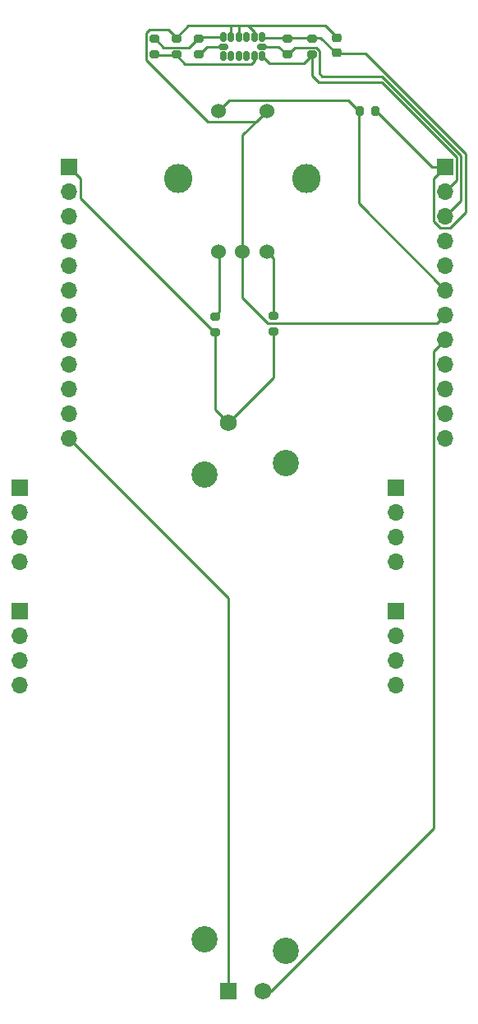
<source format=gbr>
%TF.GenerationSoftware,KiCad,Pcbnew,7.0.7*%
%TF.CreationDate,2023-10-20T22:21:11-07:00*%
%TF.ProjectId,etchascope-pcb,65746368-6173-4636-9f70-652d7063622e,rev?*%
%TF.SameCoordinates,Original*%
%TF.FileFunction,Copper,L1,Top*%
%TF.FilePolarity,Positive*%
%FSLAX46Y46*%
G04 Gerber Fmt 4.6, Leading zero omitted, Abs format (unit mm)*
G04 Created by KiCad (PCBNEW 7.0.7) date 2023-10-20 22:21:11*
%MOMM*%
%LPD*%
G01*
G04 APERTURE LIST*
G04 Aperture macros list*
%AMRoundRect*
0 Rectangle with rounded corners*
0 $1 Rounding radius*
0 $2 $3 $4 $5 $6 $7 $8 $9 X,Y pos of 4 corners*
0 Add a 4 corners polygon primitive as box body*
4,1,4,$2,$3,$4,$5,$6,$7,$8,$9,$2,$3,0*
0 Add four circle primitives for the rounded corners*
1,1,$1+$1,$2,$3*
1,1,$1+$1,$4,$5*
1,1,$1+$1,$6,$7*
1,1,$1+$1,$8,$9*
0 Add four rect primitives between the rounded corners*
20,1,$1+$1,$2,$3,$4,$5,0*
20,1,$1+$1,$4,$5,$6,$7,0*
20,1,$1+$1,$6,$7,$8,$9,0*
20,1,$1+$1,$8,$9,$2,$3,0*%
G04 Aperture macros list end*
%TA.AperFunction,ComponentPad*%
%ADD10R,1.700000X1.700000*%
%TD*%
%TA.AperFunction,ComponentPad*%
%ADD11O,1.700000X1.700000*%
%TD*%
%TA.AperFunction,SMDPad,CuDef*%
%ADD12RoundRect,0.200000X-0.275000X0.200000X-0.275000X-0.200000X0.275000X-0.200000X0.275000X0.200000X0*%
%TD*%
%TA.AperFunction,SMDPad,CuDef*%
%ADD13RoundRect,0.200000X-0.200000X-0.275000X0.200000X-0.275000X0.200000X0.275000X-0.200000X0.275000X0*%
%TD*%
%TA.AperFunction,SMDPad,CuDef*%
%ADD14RoundRect,0.200000X0.275000X-0.200000X0.275000X0.200000X-0.275000X0.200000X-0.275000X-0.200000X0*%
%TD*%
%TA.AperFunction,SMDPad,CuDef*%
%ADD15RoundRect,0.225000X0.250000X-0.225000X0.250000X0.225000X-0.250000X0.225000X-0.250000X-0.225000X0*%
%TD*%
%TA.AperFunction,ComponentPad*%
%ADD16C,1.524000*%
%TD*%
%TA.AperFunction,ComponentPad*%
%ADD17O,2.900000X3.000000*%
%TD*%
%TA.AperFunction,ComponentPad*%
%ADD18R,1.750000X1.750000*%
%TD*%
%TA.AperFunction,ComponentPad*%
%ADD19C,1.750000*%
%TD*%
%TA.AperFunction,ComponentPad*%
%ADD20C,2.700000*%
%TD*%
%TA.AperFunction,SMDPad,CuDef*%
%ADD21RoundRect,0.150000X-0.150000X0.325000X-0.150000X-0.325000X0.150000X-0.325000X0.150000X0.325000X0*%
%TD*%
%TA.AperFunction,SMDPad,CuDef*%
%ADD22RoundRect,0.150000X-0.325000X0.150000X-0.325000X-0.150000X0.325000X-0.150000X0.325000X0.150000X0*%
%TD*%
%TA.AperFunction,Conductor*%
%ADD23C,0.250000*%
%TD*%
G04 APERTURE END LIST*
D10*
%TO.P,J3,1,3V3*%
%TO.N,VSS*%
X167625000Y-85772963D03*
X167625000Y-98472963D03*
X172705000Y-52752963D03*
X172705000Y-52752963D03*
D11*
%TO.P,J3,2,SDA*%
%TO.N,/SDA*%
X167625000Y-88312963D03*
X167625000Y-101012963D03*
X172705000Y-55292963D03*
X172705000Y-55292963D03*
%TO.P,J3,3,SCL*%
%TO.N,/SCL*%
X167625000Y-90852963D03*
X167625000Y-103552963D03*
X172705000Y-57832963D03*
X172705000Y-57832963D03*
%TO.P,J3,4,GP26*%
%TO.N,/GP26*%
X167625000Y-93392963D03*
X167625000Y-106092963D03*
X172705000Y-60372963D03*
X172705000Y-60372963D03*
%TO.P,J3,5,GP27*%
%TO.N,/GP27*%
X172705000Y-62912963D03*
X172705000Y-62912963D03*
%TO.P,J3,6,GP28*%
%TO.N,/GP28*%
X172705000Y-65452963D03*
X172705000Y-65452963D03*
%TO.P,J3,7,DGND*%
%TO.N,GNDD*%
X172705000Y-67992963D03*
X172705000Y-67992963D03*
%TO.P,J3,8,IN3*%
%TO.N,/IN3*%
X172705000Y-70532963D03*
X172705000Y-70532963D03*
%TO.P,J3,9,IN4*%
%TO.N,/IN4*%
X172705000Y-73072963D03*
X172705000Y-73072963D03*
%TO.P,J3,10,OUT3*%
%TO.N,/OUT3*%
X172705000Y-75612963D03*
X172705000Y-75612963D03*
%TO.P,J3,11,OUT4*%
%TO.N,/OUT4*%
X172705000Y-78152963D03*
X172705000Y-78152963D03*
%TO.P,J3,12,AGND*%
%TO.N,GNDA*%
X172705000Y-80692963D03*
X172705000Y-80692963D03*
%TD*%
D10*
%TO.P,J2,1,3V3*%
%TO.N,VSS*%
X128825000Y-85772963D03*
X128825000Y-98472963D03*
X133905000Y-52752963D03*
X133905000Y-52752963D03*
D11*
%TO.P,J2,2,SDA*%
%TO.N,/SDA*%
X128825000Y-88312963D03*
X128825000Y-101012963D03*
X133905000Y-55292963D03*
X133905000Y-55292963D03*
%TO.P,J2,3,SCL*%
%TO.N,/SCL*%
X128825000Y-90852963D03*
X128825000Y-103552963D03*
X133905000Y-57832963D03*
X133905000Y-57832963D03*
%TO.P,J2,4,GP26*%
%TO.N,/GP26*%
X128825000Y-93392963D03*
X128825000Y-106092963D03*
X133905000Y-60372963D03*
X133905000Y-60372963D03*
%TO.P,J2,5,GP27*%
%TO.N,/GP27*%
X133905000Y-62912963D03*
X133905000Y-62912963D03*
%TO.P,J2,6,GP28*%
%TO.N,/GP28*%
X133905000Y-65452963D03*
X133905000Y-65452963D03*
%TO.P,J2,7,DGND*%
%TO.N,GNDD*%
X133905000Y-67992963D03*
X133905000Y-67992963D03*
%TO.P,J2,8,IN3*%
%TO.N,/IN3*%
X133905000Y-70532963D03*
X133905000Y-70532963D03*
%TO.P,J2,9,IN4*%
%TO.N,/IN4*%
X133905000Y-73072963D03*
X133905000Y-73072963D03*
%TO.P,J2,10,OUT3*%
%TO.N,/OUT3*%
X133905000Y-75612963D03*
X133905000Y-75612963D03*
%TO.P,J2,11,OUT4*%
%TO.N,/OUT4*%
X133905000Y-78152963D03*
X133905000Y-78152963D03*
%TO.P,J2,12,AGND*%
%TO.N,GNDA*%
X133905000Y-80692963D03*
X133905000Y-80692963D03*
%TD*%
D12*
%TO.P,R4,1*%
%TO.N,GNDD*%
X144964000Y-39545000D03*
%TO.P,R4,2*%
%TO.N,Net-(U3-SDO{slash}ADDR)*%
X144964000Y-41195000D03*
%TD*%
D13*
%TO.P,R8,1*%
%TO.N,/GP28*%
X163870500Y-46990000D03*
%TO.P,R8,2*%
%TO.N,VSS*%
X165520500Y-46990000D03*
%TD*%
D12*
%TO.P,R7,1*%
%TO.N,/GP26*%
X149000000Y-68175000D03*
%TO.P,R7,2*%
%TO.N,VSS*%
X149000000Y-69825000D03*
%TD*%
%TO.P,R6,1*%
%TO.N,/GP27*%
X155000000Y-68087500D03*
%TO.P,R6,2*%
%TO.N,VSS*%
X155000000Y-69737500D03*
%TD*%
D14*
%TO.P,R5,1*%
%TO.N,Net-(U3-~{CS})*%
X147250000Y-41195000D03*
%TO.P,R5,2*%
%TO.N,VSS*%
X147250000Y-39545000D03*
%TD*%
%TO.P,R3,1*%
%TO.N,Net-(U3-SDO{slash}ADDR)*%
X142678000Y-41195000D03*
%TO.P,R3,2*%
%TO.N,VSS*%
X142678000Y-39545000D03*
%TD*%
%TO.P,R2,1*%
%TO.N,/SDA*%
X158934000Y-41195000D03*
%TO.P,R2,2*%
%TO.N,VSS*%
X158934000Y-39545000D03*
%TD*%
%TO.P,R1,1*%
%TO.N,/SCL*%
X156394000Y-41195000D03*
%TO.P,R1,2*%
%TO.N,VSS*%
X156394000Y-39545000D03*
%TD*%
D15*
%TO.P,C1,1*%
%TO.N,VSS*%
X161474000Y-41041500D03*
%TO.P,C1,2*%
%TO.N,GNDD*%
X161474000Y-39491500D03*
%TD*%
D16*
%TO.P,SW1,A,A*%
%TO.N,/GP26*%
X149305000Y-61490000D03*
%TO.P,SW1,B,B*%
%TO.N,/GP27*%
X154305000Y-61490000D03*
%TO.P,SW1,C,C*%
%TO.N,GNDD*%
X151805000Y-61490000D03*
%TO.P,SW1,S1,S1*%
%TO.N,/GP28*%
X149305000Y-46990000D03*
%TO.P,SW1,S2,S2*%
%TO.N,GNDD*%
X154305000Y-46990000D03*
D17*
%TO.P,SW1,SH*%
%TO.N,N/C*%
X145205000Y-53990000D03*
X158405000Y-53990000D03*
%TD*%
D18*
%TO.P,RV1,1,1*%
%TO.N,GNDA*%
X150355000Y-137609000D03*
D19*
%TO.P,RV1,2,2*%
%TO.N,/IN3*%
X153855000Y-137609000D03*
%TO.P,RV1,3,3*%
%TO.N,VSS*%
X150355000Y-79109000D03*
D20*
%TO.P,RV1,MP*%
%TO.N,N/C*%
X156305000Y-133459000D03*
X147905000Y-132259000D03*
X147905000Y-84459000D03*
X156305000Y-83259000D03*
%TD*%
D21*
%TO.P,U3,1,Vdd_I/O*%
%TO.N,VSS*%
X153822000Y-39370000D03*
%TO.P,U3,2,GND*%
%TO.N,GNDD*%
X153022000Y-39370000D03*
%TO.P,U3,3,RES*%
%TO.N,unconnected-(U3-RES-Pad3)*%
X152222000Y-39370000D03*
%TO.P,U3,4,GND*%
%TO.N,GNDD*%
X151422000Y-39370000D03*
%TO.P,U3,5,GND*%
X150622000Y-39370000D03*
%TO.P,U3,6,Vs*%
%TO.N,VSS*%
X149822000Y-39370000D03*
D22*
%TO.P,U3,7,~{CS}*%
%TO.N,Net-(U3-~{CS})*%
X149822000Y-40370000D03*
D21*
%TO.P,U3,8,INT1*%
%TO.N,unconnected-(U3-INT1-Pad8)*%
X149822000Y-41370000D03*
%TO.P,U3,9,INT2*%
%TO.N,unconnected-(U3-INT2-Pad9)*%
X150622000Y-41370000D03*
%TO.P,U3,10,NC*%
%TO.N,unconnected-(U3-NC-Pad10)*%
X151422000Y-41370000D03*
%TO.P,U3,11,RES*%
%TO.N,unconnected-(U3-RES-Pad11)*%
X152222000Y-41370000D03*
%TO.P,U3,12,SDO/ADDR*%
%TO.N,Net-(U3-SDO{slash}ADDR)*%
X153022000Y-41370000D03*
%TO.P,U3,13,SDA/SDI/SDIO*%
%TO.N,/SDA*%
X153822000Y-41370000D03*
D22*
%TO.P,U3,14,SCL/SCLK*%
%TO.N,/SCL*%
X153822000Y-40370000D03*
%TD*%
D23*
%TO.N,Net-(U3-~{CS})*%
X149822000Y-40370000D02*
X148162500Y-40370000D01*
X148162500Y-40370000D02*
X147250000Y-41282500D01*
%TO.N,VSS*%
X158934000Y-39457500D02*
X156394000Y-39457500D01*
X172215290Y-59003307D02*
X171530000Y-58318017D01*
X161474000Y-41129000D02*
X159802500Y-39457500D01*
X150355000Y-79109000D02*
X149000000Y-77754000D01*
X164513449Y-41129000D02*
X174780000Y-51395551D01*
X174780000Y-51395551D02*
X174780000Y-57418017D01*
X133905000Y-52752963D02*
X135080000Y-53927963D01*
X143690500Y-40470000D02*
X146237500Y-40470000D01*
X153909500Y-39457500D02*
X153822000Y-39370000D01*
X135080000Y-55992500D02*
X149000000Y-69912500D01*
X155000000Y-69825000D02*
X155000000Y-74464000D01*
X172705000Y-52752963D02*
X171370963Y-52752963D01*
X149000000Y-77754000D02*
X149000000Y-69912500D01*
X146237500Y-40470000D02*
X147250000Y-39457500D01*
X171530000Y-53927963D02*
X172705000Y-52752963D01*
X161474000Y-41129000D02*
X164513449Y-41129000D01*
X171370963Y-52752963D02*
X165608000Y-46990000D01*
X147337500Y-39370000D02*
X147250000Y-39457500D01*
X155000000Y-74464000D02*
X150355000Y-79109000D01*
X158987500Y-39404000D02*
X158934000Y-39457500D01*
X156394000Y-39457500D02*
X153909500Y-39457500D01*
X173194710Y-59003307D02*
X172215290Y-59003307D01*
X174780000Y-57418017D02*
X173194710Y-59003307D01*
X142678000Y-39457500D02*
X143690500Y-40470000D01*
X149822000Y-39370000D02*
X147337500Y-39370000D01*
X159802500Y-39457500D02*
X158934000Y-39457500D01*
X171530000Y-58318017D02*
X171530000Y-53927963D01*
X135080000Y-53927963D02*
X135080000Y-55992500D01*
%TO.N,GNDD*%
X171863963Y-68834000D02*
X172705000Y-67992963D01*
X151422000Y-38342500D02*
X151314000Y-38234500D01*
X161474000Y-39404000D02*
X160304500Y-38234500D01*
X151805000Y-49490000D02*
X154305000Y-46990000D01*
X151805000Y-61490000D02*
X151805000Y-66207000D01*
X141878000Y-41765496D02*
X148189504Y-48077000D01*
X150552000Y-38234500D02*
X151314000Y-38234500D01*
X144964000Y-39457500D02*
X144151500Y-38645000D01*
X144964000Y-39457500D02*
X146187000Y-38234500D01*
X153218000Y-48077000D02*
X148189504Y-48077000D01*
X154305000Y-46990000D02*
X153218000Y-48077000D01*
X152361500Y-38234500D02*
X151314000Y-38234500D01*
X142203000Y-38645000D02*
X141878000Y-38970000D01*
X153022000Y-39370000D02*
X153022000Y-38895000D01*
X151805000Y-61490000D02*
X151805000Y-49490000D01*
X151805000Y-66207000D02*
X154432000Y-68834000D01*
X150622000Y-38304500D02*
X150552000Y-38234500D01*
X141878000Y-38970000D02*
X141878000Y-41765496D01*
X151422000Y-39370000D02*
X151422000Y-38342500D01*
X146187000Y-38234500D02*
X150552000Y-38234500D01*
X144151500Y-38645000D02*
X142203000Y-38645000D01*
X160304500Y-38234500D02*
X152361500Y-38234500D01*
X153022000Y-38895000D02*
X152361500Y-38234500D01*
X154432000Y-68834000D02*
X171863963Y-68834000D01*
X150622000Y-39370000D02*
X150622000Y-38304500D01*
%TO.N,Net-(U3-SDO{slash}ADDR)*%
X142678000Y-41282500D02*
X144964000Y-41282500D01*
X144964000Y-41282500D02*
X145851500Y-42170000D01*
X153022000Y-41860500D02*
X153022000Y-41370000D01*
X152712500Y-42170000D02*
X153022000Y-41860500D01*
X145851500Y-42170000D02*
X152712500Y-42170000D01*
%TO.N,/IN3*%
X154730000Y-137609000D02*
X171530000Y-120809000D01*
X153855000Y-137609000D02*
X154730000Y-137609000D01*
X171530000Y-71707963D02*
X172705000Y-70532963D01*
X171530000Y-120809000D02*
X171530000Y-71707963D01*
%TO.N,/GP28*%
X149305000Y-46990000D02*
X150392000Y-45903000D01*
X163783000Y-56530963D02*
X172705000Y-65452963D01*
X150392000Y-45903000D02*
X162696000Y-45903000D01*
X162696000Y-45903000D02*
X163783000Y-46990000D01*
X163783000Y-46990000D02*
X163783000Y-56530963D01*
%TO.N,/GP27*%
X155000000Y-62185000D02*
X154305000Y-61490000D01*
X155000000Y-68000000D02*
X155000000Y-62185000D01*
%TO.N,/GP26*%
X149405000Y-61583963D02*
X149405000Y-67682500D01*
X149405000Y-67682500D02*
X149000000Y-68087500D01*
%TO.N,/SCL*%
X159404496Y-40470000D02*
X159734000Y-40799504D01*
X159734000Y-43148000D02*
X160020000Y-43434000D01*
X174330000Y-51581947D02*
X174330000Y-56207963D01*
X156394000Y-41282500D02*
X155481500Y-40370000D01*
X174330000Y-51581947D02*
X166182053Y-43434000D01*
X157206500Y-40470000D02*
X159404496Y-40470000D01*
X174330000Y-56207963D02*
X172705000Y-57832963D01*
X166182053Y-43434000D02*
X160020000Y-43434000D01*
X155481500Y-40370000D02*
X153822000Y-40370000D01*
X159734000Y-40799504D02*
X159734000Y-43148000D01*
X156394000Y-41282500D02*
X157206500Y-40470000D01*
%TO.N,/SDA*%
X158934000Y-43364000D02*
X159639000Y-44069000D01*
X158121500Y-42095000D02*
X154547000Y-42095000D01*
X173880000Y-54117963D02*
X172705000Y-55292963D01*
X173880000Y-51768343D02*
X173880000Y-54117963D01*
X158934000Y-41282500D02*
X158121500Y-42095000D01*
X159639000Y-44069000D02*
X166180657Y-44069000D01*
X166180657Y-44069000D02*
X173880000Y-51768343D01*
X154547000Y-42095000D02*
X153822000Y-41370000D01*
X158934000Y-41282500D02*
X158934000Y-43364000D01*
%TO.N,GNDA*%
X150355000Y-137609000D02*
X150355000Y-97142963D01*
X150355000Y-97142963D02*
X133905000Y-80692963D01*
%TD*%
M02*

</source>
